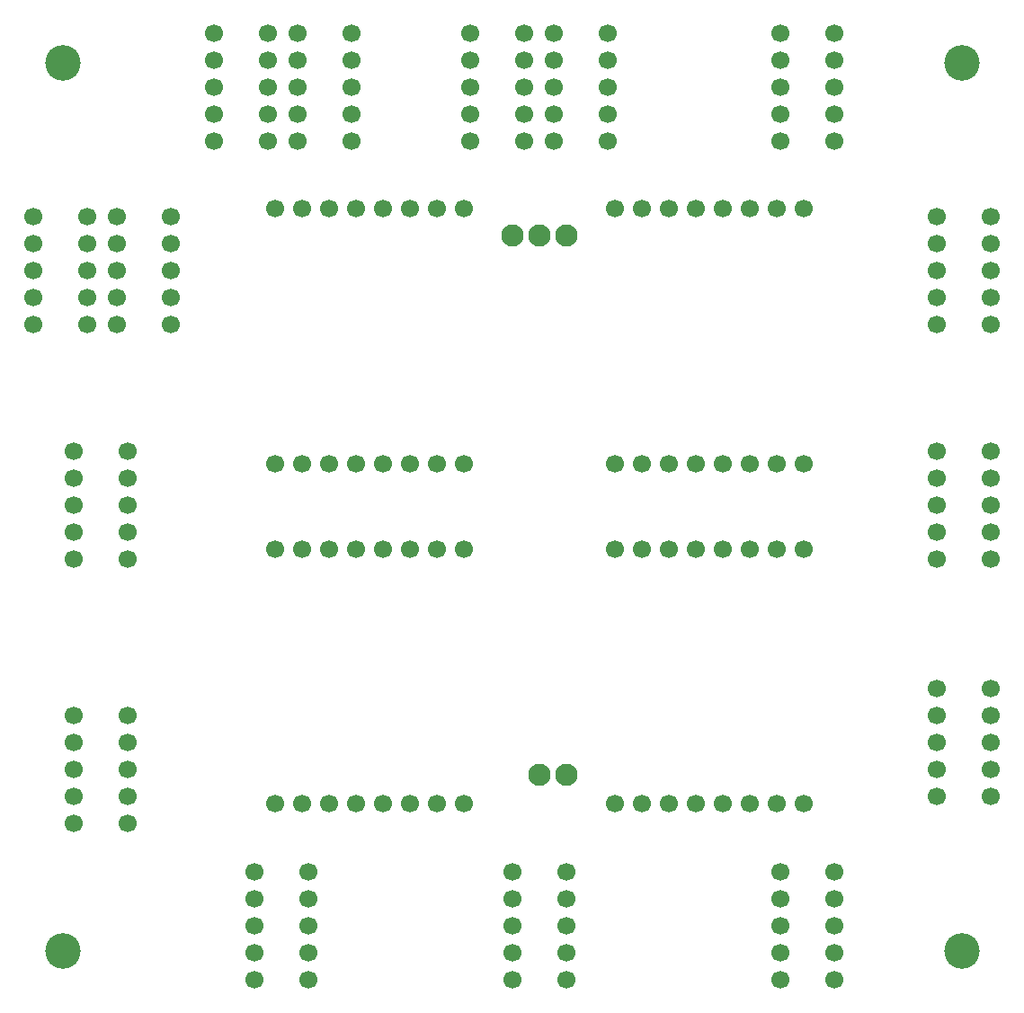
<source format=gbr>
G04 #@! TF.GenerationSoftware,KiCad,Pcbnew,(5.0.0)*
G04 #@! TF.CreationDate,2018-10-04T20:20:06-05:00*
G04 #@! TF.ProjectId,Conventional_Display,436F6E76656E74696F6E616C5F446973,rev?*
G04 #@! TF.SameCoordinates,Original*
G04 #@! TF.FileFunction,Soldermask,Top*
G04 #@! TF.FilePolarity,Negative*
%FSLAX46Y46*%
G04 Gerber Fmt 4.6, Leading zero omitted, Abs format (unit mm)*
G04 Created by KiCad (PCBNEW (5.0.0)) date 10/04/18 20:20:06*
%MOMM*%
%LPD*%
G01*
G04 APERTURE LIST*
%ADD10C,1.700000*%
%ADD11C,3.346400*%
%ADD12C,2.100000*%
G04 APERTURE END LIST*
D10*
G04 #@! TO.C,U21*
X102235000Y-82943700D03*
X99695000Y-82943700D03*
X97155000Y-82943700D03*
X94615000Y-82943700D03*
X92075000Y-82943700D03*
X89535000Y-82943700D03*
X86995000Y-82943700D03*
X84455000Y-82943700D03*
X102235000Y-58940700D03*
X99695000Y-58940700D03*
X97155000Y-58940700D03*
X94615000Y-58940700D03*
X92075000Y-58940700D03*
X89535000Y-58940700D03*
X86995000Y-58940700D03*
X84455000Y-58940700D03*
G04 #@! TD*
D11*
G04 #@! TO.C,REF\002A\002A*
X149143720Y-128823720D03*
G04 #@! TD*
G04 #@! TO.C,REF\002A\002A*
X64470280Y-128823720D03*
G04 #@! TD*
G04 #@! TO.C,REF\002A\002A*
X64470280Y-45166280D03*
G04 #@! TD*
D10*
G04 #@! TO.C,U23*
X134266515Y-114973291D03*
X131726515Y-114973291D03*
X129186515Y-114973291D03*
X126646515Y-114973291D03*
X124106515Y-114973291D03*
X121566515Y-114973291D03*
X119026515Y-114973291D03*
X116486515Y-114973291D03*
X134266515Y-90970291D03*
X131726515Y-90970291D03*
X129186515Y-90970291D03*
X126646515Y-90970291D03*
X124106515Y-90970291D03*
X121566515Y-90970291D03*
X119026515Y-90970291D03*
X116486515Y-90970291D03*
G04 #@! TD*
G04 #@! TO.C,U8*
X65532000Y-106680000D03*
X65532000Y-109220000D03*
X65532000Y-111760000D03*
X65532000Y-114300000D03*
X65532000Y-116840000D03*
X70612000Y-106680000D03*
X70612000Y-109220000D03*
X70612000Y-111760000D03*
X70612000Y-114300000D03*
X70612000Y-116840000D03*
G04 #@! TD*
G04 #@! TO.C,U4*
X146812000Y-104140000D03*
X146812000Y-106680000D03*
X146812000Y-109220000D03*
X146812000Y-111760000D03*
X146812000Y-114300000D03*
X151892000Y-104140000D03*
X151892000Y-106680000D03*
X151892000Y-109220000D03*
X151892000Y-111760000D03*
X151892000Y-114300000D03*
G04 #@! TD*
G04 #@! TO.C,U20*
X134264400Y-82943700D03*
X131724400Y-82943700D03*
X129184400Y-82943700D03*
X126644400Y-82943700D03*
X124104400Y-82943700D03*
X121564400Y-82943700D03*
X119024400Y-82943700D03*
X116484400Y-82943700D03*
X134264400Y-58940700D03*
X131724400Y-58940700D03*
X129184400Y-58940700D03*
X126644400Y-58940700D03*
X124104400Y-58940700D03*
X121564400Y-58940700D03*
X119024400Y-58940700D03*
X116484400Y-58940700D03*
G04 #@! TD*
G04 #@! TO.C,U1*
X132080000Y-42418000D03*
X132080000Y-44958000D03*
X132080000Y-47498000D03*
X132080000Y-50038000D03*
X132080000Y-52578000D03*
X137160000Y-42418000D03*
X137160000Y-44958000D03*
X137160000Y-47498000D03*
X137160000Y-50038000D03*
X137160000Y-52578000D03*
G04 #@! TD*
G04 #@! TO.C,U2*
X146812000Y-59690000D03*
X146812000Y-62230000D03*
X146812000Y-64770000D03*
X146812000Y-67310000D03*
X146812000Y-69850000D03*
X151892000Y-59690000D03*
X151892000Y-62230000D03*
X151892000Y-64770000D03*
X151892000Y-67310000D03*
X151892000Y-69850000D03*
G04 #@! TD*
G04 #@! TO.C,U3*
X146812000Y-81788000D03*
X146812000Y-84328000D03*
X146812000Y-86868000D03*
X146812000Y-89408000D03*
X146812000Y-91948000D03*
X151892000Y-81788000D03*
X151892000Y-84328000D03*
X151892000Y-86868000D03*
X151892000Y-89408000D03*
X151892000Y-91948000D03*
G04 #@! TD*
G04 #@! TO.C,U5*
X132080000Y-121412000D03*
X132080000Y-123952000D03*
X132080000Y-126492000D03*
X132080000Y-129032000D03*
X132080000Y-131572000D03*
X137160000Y-121412000D03*
X137160000Y-123952000D03*
X137160000Y-126492000D03*
X137160000Y-129032000D03*
X137160000Y-131572000D03*
G04 #@! TD*
G04 #@! TO.C,U6*
X106870500Y-121412000D03*
X106870500Y-123952000D03*
X106870500Y-126492000D03*
X106870500Y-129032000D03*
X106870500Y-131572000D03*
X111950500Y-121412000D03*
X111950500Y-123952000D03*
X111950500Y-126492000D03*
X111950500Y-129032000D03*
X111950500Y-131572000D03*
G04 #@! TD*
G04 #@! TO.C,U7*
X82550000Y-121412000D03*
X82550000Y-123952000D03*
X82550000Y-126492000D03*
X82550000Y-129032000D03*
X82550000Y-131572000D03*
X87630000Y-121412000D03*
X87630000Y-123952000D03*
X87630000Y-126492000D03*
X87630000Y-129032000D03*
X87630000Y-131572000D03*
G04 #@! TD*
G04 #@! TO.C,U9*
X65532000Y-81788000D03*
X65532000Y-84328000D03*
X65532000Y-86868000D03*
X65532000Y-89408000D03*
X65532000Y-91948000D03*
X70612000Y-81788000D03*
X70612000Y-84328000D03*
X70612000Y-86868000D03*
X70612000Y-89408000D03*
X70612000Y-91948000D03*
G04 #@! TD*
G04 #@! TO.C,U10*
X61722000Y-59690000D03*
X61722000Y-62230000D03*
X61722000Y-64770000D03*
X61722000Y-67310000D03*
X61722000Y-69850000D03*
X66802000Y-59690000D03*
X66802000Y-62230000D03*
X66802000Y-64770000D03*
X66802000Y-67310000D03*
X66802000Y-69850000D03*
G04 #@! TD*
G04 #@! TO.C,U11*
X78740000Y-42418000D03*
X78740000Y-44958000D03*
X78740000Y-47498000D03*
X78740000Y-50038000D03*
X78740000Y-52578000D03*
X83820000Y-42418000D03*
X83820000Y-44958000D03*
X83820000Y-47498000D03*
X83820000Y-50038000D03*
X83820000Y-52578000D03*
G04 #@! TD*
G04 #@! TO.C,U12*
X102870000Y-42418000D03*
X102870000Y-44958000D03*
X102870000Y-47498000D03*
X102870000Y-50038000D03*
X102870000Y-52578000D03*
X107950000Y-42418000D03*
X107950000Y-44958000D03*
X107950000Y-47498000D03*
X107950000Y-50038000D03*
X107950000Y-52578000D03*
G04 #@! TD*
G04 #@! TO.C,U13*
X69596000Y-59690000D03*
X69596000Y-62230000D03*
X69596000Y-64770000D03*
X69596000Y-67310000D03*
X69596000Y-69850000D03*
X74676000Y-59690000D03*
X74676000Y-62230000D03*
X74676000Y-64770000D03*
X74676000Y-67310000D03*
X74676000Y-69850000D03*
G04 #@! TD*
G04 #@! TO.C,U14*
X86614000Y-42418000D03*
X86614000Y-44958000D03*
X86614000Y-47498000D03*
X86614000Y-50038000D03*
X86614000Y-52578000D03*
X91694000Y-42418000D03*
X91694000Y-44958000D03*
X91694000Y-47498000D03*
X91694000Y-50038000D03*
X91694000Y-52578000D03*
G04 #@! TD*
G04 #@! TO.C,U15*
X110744000Y-42418000D03*
X110744000Y-44958000D03*
X110744000Y-47498000D03*
X110744000Y-50038000D03*
X110744000Y-52578000D03*
X115824000Y-42418000D03*
X115824000Y-44958000D03*
X115824000Y-47498000D03*
X115824000Y-50038000D03*
X115824000Y-52578000D03*
G04 #@! TD*
G04 #@! TO.C,U22*
X102235000Y-114973100D03*
X99695000Y-114973100D03*
X97155000Y-114973100D03*
X94615000Y-114973100D03*
X92075000Y-114973100D03*
X89535000Y-114973100D03*
X86995000Y-114973100D03*
X84455000Y-114973100D03*
X102235000Y-90970100D03*
X99695000Y-90970100D03*
X97155000Y-90970100D03*
X94615000Y-90970100D03*
X92075000Y-90970100D03*
X89535000Y-90970100D03*
X86995000Y-90970100D03*
X84455000Y-90970100D03*
G04 #@! TD*
D11*
G04 #@! TO.C,REF\002A\002A*
X149143720Y-45166280D03*
G04 #@! TD*
D12*
G04 #@! TO.C,J1*
X109372400Y-61468000D03*
X111912400Y-61468000D03*
X106832400Y-61468000D03*
X109372400Y-112268000D03*
X111912400Y-112268000D03*
G04 #@! TD*
M02*

</source>
